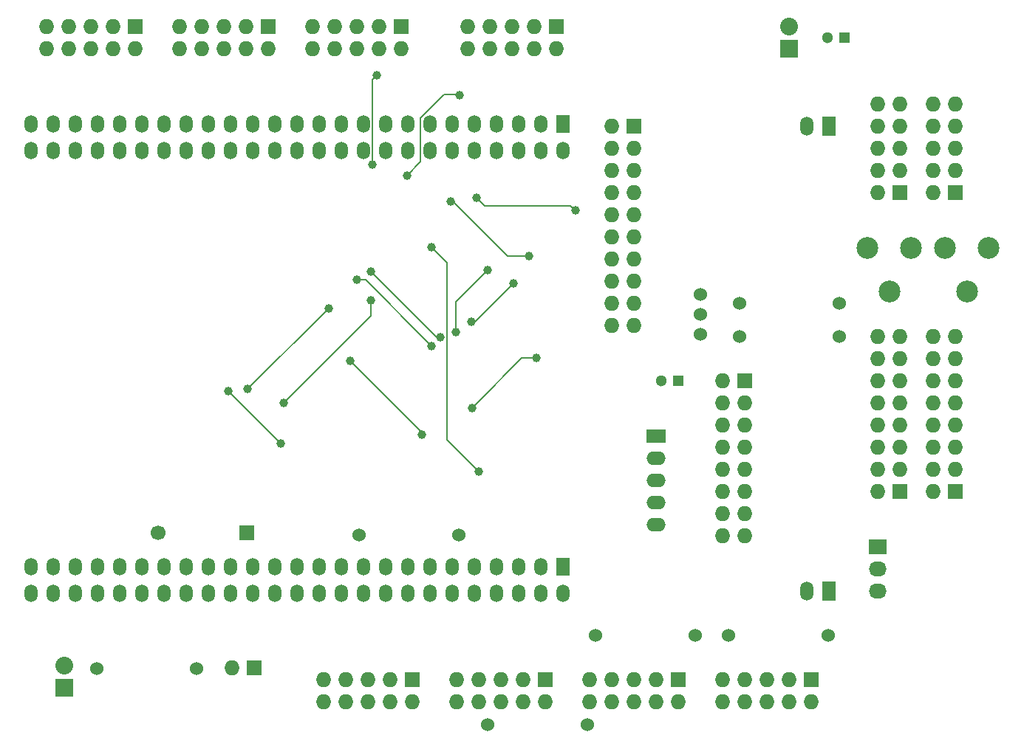
<source format=gbr>
G04 #@! TF.FileFunction,Copper,L1,Top,Signal*
%FSLAX46Y46*%
G04 Gerber Fmt 4.6, Leading zero omitted, Abs format (unit mm)*
G04 Created by KiCad (PCBNEW 4.0.2-stable) date 14/07/2016 11:44:37*
%MOMM*%
G01*
G04 APERTURE LIST*
%ADD10C,0.100000*%
%ADD11R,1.500000X2.200000*%
%ADD12O,1.500000X2.200000*%
%ADD13O,1.500000X2.000000*%
%ADD14R,1.500000X2.000000*%
%ADD15R,1.300000X1.300000*%
%ADD16C,1.300000*%
%ADD17C,1.699260*%
%ADD18R,1.699260X1.699260*%
%ADD19R,1.727200X1.727200*%
%ADD20O,1.727200X1.727200*%
%ADD21R,2.032000X2.032000*%
%ADD22O,2.032000X2.032000*%
%ADD23R,2.032000X1.727200*%
%ADD24O,2.032000X1.727200*%
%ADD25R,2.199640X1.524000*%
%ADD26O,2.199640X1.524000*%
%ADD27C,1.524000*%
%ADD28C,2.499360*%
%ADD29C,1.000000*%
%ADD30C,0.200000*%
G04 APERTURE END LIST*
D10*
D11*
X200100000Y-107950000D03*
D12*
X197560000Y-107950000D03*
D13*
X108660000Y-105160000D03*
X111200000Y-105160000D03*
X113740000Y-105160000D03*
X116280000Y-105160000D03*
X118820000Y-105160000D03*
X121360000Y-105160000D03*
X123900000Y-105160000D03*
X126440000Y-105160000D03*
X128980000Y-105160000D03*
X131520000Y-105160000D03*
X134060000Y-105160000D03*
X136600000Y-105160000D03*
X139140000Y-105160000D03*
X141680000Y-105160000D03*
X144220000Y-105160000D03*
X146760000Y-105160000D03*
X149300000Y-105160000D03*
X151840000Y-105160000D03*
X154380000Y-105160000D03*
X156920000Y-105160000D03*
X159460000Y-105160000D03*
X162000000Y-105160000D03*
X164540000Y-105160000D03*
X167080000Y-105160000D03*
D14*
X169620000Y-105160000D03*
D13*
X169620000Y-108200000D03*
X167080000Y-108200000D03*
X164540000Y-108200000D03*
X162000000Y-108200000D03*
X159460000Y-108200000D03*
X156920000Y-108200000D03*
X154380000Y-108200000D03*
X151840000Y-108200000D03*
X149300000Y-108200000D03*
X146760000Y-108200000D03*
X144220000Y-108200000D03*
X141680000Y-108200000D03*
X139140000Y-108200000D03*
X136600000Y-108200000D03*
X134060000Y-108200000D03*
X131520000Y-108200000D03*
X128980000Y-108200000D03*
X126440000Y-108200000D03*
X123900000Y-108200000D03*
X121360000Y-108200000D03*
X118820000Y-108200000D03*
X116280000Y-108200000D03*
X113740000Y-108200000D03*
X111200000Y-108200000D03*
X108660000Y-108200000D03*
X108660000Y-57400000D03*
X111200000Y-57400000D03*
X113740000Y-57400000D03*
X116280000Y-57400000D03*
X118820000Y-57400000D03*
X121360000Y-57400000D03*
X123900000Y-57400000D03*
X126440000Y-57400000D03*
X128980000Y-57400000D03*
X131520000Y-57400000D03*
X134060000Y-57400000D03*
X136600000Y-57400000D03*
X139140000Y-57400000D03*
X141680000Y-57400000D03*
X144220000Y-57400000D03*
X146760000Y-57400000D03*
X149300000Y-57400000D03*
X151840000Y-57400000D03*
X154380000Y-57400000D03*
X156920000Y-57400000D03*
X159460000Y-57400000D03*
X162000000Y-57400000D03*
X164540000Y-57400000D03*
X167080000Y-57400000D03*
X169620000Y-57400000D03*
D14*
X169620000Y-54360000D03*
D13*
X167080000Y-54360000D03*
X164540000Y-54360000D03*
X162000000Y-54360000D03*
X159460000Y-54360000D03*
X156920000Y-54360000D03*
X154380000Y-54360000D03*
X151840000Y-54360000D03*
X149300000Y-54360000D03*
X146760000Y-54360000D03*
X144220000Y-54360000D03*
X141680000Y-54360000D03*
X139140000Y-54360000D03*
X136600000Y-54360000D03*
X134060000Y-54360000D03*
X131520000Y-54360000D03*
X128980000Y-54360000D03*
X126440000Y-54360000D03*
X123900000Y-54360000D03*
X121360000Y-54360000D03*
X118820000Y-54360000D03*
X116280000Y-54360000D03*
X113740000Y-54360000D03*
X111200000Y-54360000D03*
X108660000Y-54360000D03*
D12*
X197560000Y-54610000D03*
D11*
X200100000Y-54610000D03*
D15*
X182880000Y-83820000D03*
D16*
X180880000Y-83820000D03*
D15*
X201930000Y-44450000D03*
D16*
X199930000Y-44450000D03*
D17*
X123250000Y-101250000D03*
D18*
X133410000Y-101250000D03*
D19*
X177800000Y-54610000D03*
D20*
X175260000Y-54610000D03*
X177800000Y-57150000D03*
X175260000Y-57150000D03*
X177800000Y-59690000D03*
X175260000Y-59690000D03*
X177800000Y-62230000D03*
X175260000Y-62230000D03*
X177800000Y-64770000D03*
X175260000Y-64770000D03*
X177800000Y-67310000D03*
X175260000Y-67310000D03*
X177800000Y-69850000D03*
X175260000Y-69850000D03*
X177800000Y-72390000D03*
X175260000Y-72390000D03*
X177800000Y-74930000D03*
X175260000Y-74930000D03*
X177800000Y-77470000D03*
X175260000Y-77470000D03*
D19*
X190500000Y-83820000D03*
D20*
X187960000Y-83820000D03*
X190500000Y-86360000D03*
X187960000Y-86360000D03*
X190500000Y-88900000D03*
X187960000Y-88900000D03*
X190500000Y-91440000D03*
X187960000Y-91440000D03*
X190500000Y-93980000D03*
X187960000Y-93980000D03*
X190500000Y-96520000D03*
X187960000Y-96520000D03*
X190500000Y-99060000D03*
X187960000Y-99060000D03*
X190500000Y-101600000D03*
X187960000Y-101600000D03*
D21*
X195580000Y-45720000D03*
D22*
X195580000Y-43180000D03*
D19*
X198120000Y-118110000D03*
D20*
X198120000Y-120650000D03*
X195580000Y-118110000D03*
X195580000Y-120650000D03*
X193040000Y-118110000D03*
X193040000Y-120650000D03*
X190500000Y-118110000D03*
X190500000Y-120650000D03*
X187960000Y-118110000D03*
X187960000Y-120650000D03*
D19*
X167640000Y-118110000D03*
D20*
X167640000Y-120650000D03*
X165100000Y-118110000D03*
X165100000Y-120650000D03*
X162560000Y-118110000D03*
X162560000Y-120650000D03*
X160020000Y-118110000D03*
X160020000Y-120650000D03*
X157480000Y-118110000D03*
X157480000Y-120650000D03*
D19*
X168910000Y-43180000D03*
D20*
X168910000Y-45720000D03*
X166370000Y-43180000D03*
X166370000Y-45720000D03*
X163830000Y-43180000D03*
X163830000Y-45720000D03*
X161290000Y-43180000D03*
X161290000Y-45720000D03*
X158750000Y-43180000D03*
X158750000Y-45720000D03*
D19*
X151130000Y-43180000D03*
D20*
X151130000Y-45720000D03*
X148590000Y-43180000D03*
X148590000Y-45720000D03*
X146050000Y-43180000D03*
X146050000Y-45720000D03*
X143510000Y-43180000D03*
X143510000Y-45720000D03*
X140970000Y-43180000D03*
X140970000Y-45720000D03*
D19*
X214630000Y-62230000D03*
D20*
X212090000Y-62230000D03*
X214630000Y-59690000D03*
X212090000Y-59690000D03*
X214630000Y-57150000D03*
X212090000Y-57150000D03*
X214630000Y-54610000D03*
X212090000Y-54610000D03*
X214630000Y-52070000D03*
X212090000Y-52070000D03*
D19*
X120650000Y-43180000D03*
D20*
X120650000Y-45720000D03*
X118110000Y-43180000D03*
X118110000Y-45720000D03*
X115570000Y-43180000D03*
X115570000Y-45720000D03*
X113030000Y-43180000D03*
X113030000Y-45720000D03*
X110490000Y-43180000D03*
X110490000Y-45720000D03*
D19*
X182880000Y-118110000D03*
D20*
X182880000Y-120650000D03*
X180340000Y-118110000D03*
X180340000Y-120650000D03*
X177800000Y-118110000D03*
X177800000Y-120650000D03*
X175260000Y-118110000D03*
X175260000Y-120650000D03*
X172720000Y-118110000D03*
X172720000Y-120650000D03*
D19*
X152400000Y-118110000D03*
D20*
X152400000Y-120650000D03*
X149860000Y-118110000D03*
X149860000Y-120650000D03*
X147320000Y-118110000D03*
X147320000Y-120650000D03*
X144780000Y-118110000D03*
X144780000Y-120650000D03*
X142240000Y-118110000D03*
X142240000Y-120650000D03*
D19*
X214630000Y-96520000D03*
D20*
X212090000Y-96520000D03*
X214630000Y-93980000D03*
X212090000Y-93980000D03*
X214630000Y-91440000D03*
X212090000Y-91440000D03*
X214630000Y-88900000D03*
X212090000Y-88900000D03*
X214630000Y-86360000D03*
X212090000Y-86360000D03*
X214630000Y-83820000D03*
X212090000Y-83820000D03*
X214630000Y-81280000D03*
X212090000Y-81280000D03*
X214630000Y-78740000D03*
X212090000Y-78740000D03*
D19*
X208280000Y-96520000D03*
D20*
X205740000Y-96520000D03*
X208280000Y-93980000D03*
X205740000Y-93980000D03*
X208280000Y-91440000D03*
X205740000Y-91440000D03*
X208280000Y-88900000D03*
X205740000Y-88900000D03*
X208280000Y-86360000D03*
X205740000Y-86360000D03*
X208280000Y-83820000D03*
X205740000Y-83820000D03*
X208280000Y-81280000D03*
X205740000Y-81280000D03*
X208280000Y-78740000D03*
X205740000Y-78740000D03*
D23*
X205740000Y-102870000D03*
D24*
X205740000Y-105410000D03*
X205740000Y-107950000D03*
D19*
X135890000Y-43180000D03*
D20*
X135890000Y-45720000D03*
X133350000Y-43180000D03*
X133350000Y-45720000D03*
X130810000Y-43180000D03*
X130810000Y-45720000D03*
X128270000Y-43180000D03*
X128270000Y-45720000D03*
X125730000Y-43180000D03*
X125730000Y-45720000D03*
D21*
X112500000Y-119000000D03*
D22*
X112500000Y-116460000D03*
D19*
X208280000Y-62230000D03*
D20*
X205740000Y-62230000D03*
X208280000Y-59690000D03*
X205740000Y-59690000D03*
X208280000Y-57150000D03*
X205740000Y-57150000D03*
X208280000Y-54610000D03*
X205740000Y-54610000D03*
X208280000Y-52070000D03*
X205740000Y-52070000D03*
D25*
X180340000Y-90170000D03*
D26*
X180340000Y-92710000D03*
X180340000Y-95250000D03*
X180340000Y-97790000D03*
X180340000Y-100330000D03*
D27*
X127635000Y-116840000D03*
X116205000Y-116840000D03*
X200025000Y-113030000D03*
X188595000Y-113030000D03*
X161035000Y-123250000D03*
X172465000Y-123250000D03*
X201295000Y-78740000D03*
X189865000Y-78740000D03*
X157715000Y-101500000D03*
X146285000Y-101500000D03*
X173355000Y-113030000D03*
X184785000Y-113030000D03*
X189865000Y-74930000D03*
X201295000Y-74930000D03*
D28*
X215940640Y-73578720D03*
X213441280Y-68580000D03*
X218440000Y-68580000D03*
X207050640Y-73578720D03*
X204551280Y-68580000D03*
X209550000Y-68580000D03*
D19*
X134250000Y-116750000D03*
D20*
X131710000Y-116750000D03*
D27*
X185420000Y-76200000D03*
X185420000Y-73914000D03*
X185420000Y-78486000D03*
D29*
X153500000Y-90000000D03*
X145250000Y-81500000D03*
X157332504Y-78205896D03*
X161023782Y-71076559D03*
X159153647Y-77050020D03*
X163959301Y-72659301D03*
X137250000Y-91000000D03*
X131250000Y-85000000D03*
X165750000Y-69500000D03*
X156750000Y-63250000D03*
X171039250Y-64289250D03*
X159740095Y-62800006D03*
X154578499Y-79828499D03*
X146000000Y-72250000D03*
X155563027Y-78843971D03*
X147583025Y-71285576D03*
X157750000Y-51038000D03*
X151750000Y-60250000D03*
X147828000Y-58999980D03*
X148336000Y-48768000D03*
X154598397Y-68507403D03*
X160000000Y-94250000D03*
X142750000Y-75500000D03*
X133500000Y-84750000D03*
X147611830Y-74618692D03*
X137601656Y-86373041D03*
X159197979Y-86901840D03*
X166550020Y-81200000D03*
D30*
X153500000Y-89750000D02*
X153500000Y-90000000D01*
X145250000Y-81500000D02*
X153500000Y-89750000D01*
X161023782Y-71076559D02*
X157332504Y-74767837D01*
X157332504Y-77498790D02*
X157332504Y-78205896D01*
X157332504Y-74767837D02*
X157332504Y-77498790D01*
X159568582Y-77050020D02*
X159153647Y-77050020D01*
X163959301Y-72659301D02*
X159568582Y-77050020D01*
X137250000Y-91000000D02*
X131250000Y-85000000D01*
X156750000Y-63250000D02*
X157000000Y-63250000D01*
X163250000Y-69500000D02*
X165750000Y-69500000D01*
X157000000Y-63250000D02*
X163250000Y-69500000D01*
X160240094Y-63300005D02*
X159740095Y-62800006D01*
X170500000Y-63750000D02*
X160690089Y-63750000D01*
X170500000Y-63750000D02*
X171039250Y-64289250D01*
X160690089Y-63750000D02*
X160240094Y-63300005D01*
X146000000Y-72250000D02*
X147000000Y-72250000D01*
X147000000Y-72250000D02*
X154078500Y-79328500D01*
X154078500Y-79328500D02*
X154578499Y-79828499D01*
X147583025Y-71285576D02*
X155141420Y-78843971D01*
X155141420Y-78843971D02*
X155563027Y-78843971D01*
X156005062Y-51000000D02*
X157712000Y-51000000D01*
X157712000Y-51000000D02*
X157750000Y-51038000D01*
X151750000Y-60250000D02*
X153329990Y-58670010D01*
X153329990Y-58670010D02*
X153329990Y-53675072D01*
X153329990Y-53675072D02*
X156005062Y-51000000D01*
X147828000Y-58292874D02*
X147828000Y-58999980D01*
X147828000Y-49276000D02*
X147828000Y-58292874D01*
X148336000Y-48768000D02*
X147828000Y-49276000D01*
X156363029Y-90613029D02*
X156363029Y-70272035D01*
X160000000Y-94250000D02*
X156363029Y-90613029D01*
X155098396Y-69007402D02*
X154598397Y-68507403D01*
X156363029Y-70272035D02*
X155098396Y-69007402D01*
X142500000Y-75750000D02*
X142750000Y-75500000D01*
X133500000Y-84750000D02*
X142500000Y-75750000D01*
X137601656Y-86373041D02*
X147611830Y-76362867D01*
X147611830Y-76362867D02*
X147611830Y-75325798D01*
X147611830Y-75325798D02*
X147611830Y-74618692D01*
X166550020Y-81200000D02*
X164899819Y-81200000D01*
X164899819Y-81200000D02*
X159697978Y-86401841D01*
X159697978Y-86401841D02*
X159197979Y-86901840D01*
M02*

</source>
